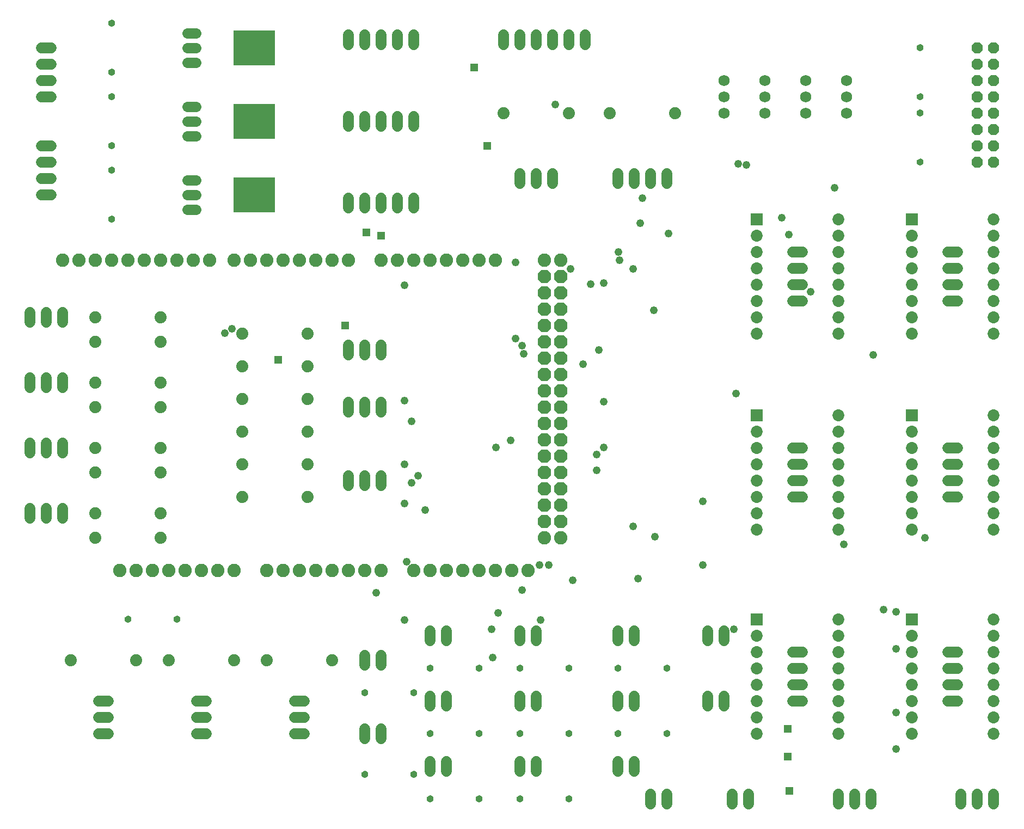
<source format=gts>
G75*
%MOIN*%
%OFA0B0*%
%FSLAX25Y25*%
%IPPOS*%
%LPD*%
%AMOC8*
5,1,8,0,0,1.08239X$1,22.5*
%
%ADD10C,0.06800*%
%ADD11C,0.07400*%
%ADD12C,0.06800*%
%ADD13C,0.07296*%
%ADD14R,0.07296X0.07296*%
%ADD15C,0.08200*%
%ADD16OC8,0.08200*%
%ADD17OC8,0.06800*%
%ADD18C,0.06300*%
%ADD19R,0.25300X0.21800*%
%ADD20C,0.00500*%
%ADD21C,0.04800*%
%ADD22R,0.04762X0.04762*%
D10*
X0123250Y0066800D02*
X0129250Y0066800D01*
X0129250Y0076800D02*
X0123250Y0076800D01*
X0123250Y0086800D02*
X0129250Y0086800D01*
X0183250Y0086800D02*
X0189250Y0086800D01*
X0189250Y0076800D02*
X0183250Y0076800D01*
X0183250Y0066800D02*
X0189250Y0066800D01*
X0243250Y0066800D02*
X0249250Y0066800D01*
X0249250Y0076800D02*
X0243250Y0076800D01*
X0243250Y0086800D02*
X0249250Y0086800D01*
X0286250Y0069800D02*
X0286250Y0063800D01*
X0296250Y0063800D02*
X0296250Y0069800D01*
X0326250Y0083800D02*
X0326250Y0089800D01*
X0336250Y0089800D02*
X0336250Y0083800D01*
X0381250Y0083800D02*
X0381250Y0089800D01*
X0391250Y0089800D02*
X0391250Y0083800D01*
X0441250Y0083800D02*
X0441250Y0089800D01*
X0451250Y0089800D02*
X0451250Y0083800D01*
X0496250Y0083800D02*
X0496250Y0089800D01*
X0506250Y0089800D02*
X0506250Y0083800D01*
X0548250Y0086800D02*
X0554250Y0086800D01*
X0554250Y0096800D02*
X0548250Y0096800D01*
X0548250Y0106800D02*
X0554250Y0106800D01*
X0554250Y0116800D02*
X0548250Y0116800D01*
X0506250Y0123800D02*
X0506250Y0129800D01*
X0496250Y0129800D02*
X0496250Y0123800D01*
X0451250Y0123800D02*
X0451250Y0129800D01*
X0441250Y0129800D02*
X0441250Y0123800D01*
X0391250Y0123800D02*
X0391250Y0129800D01*
X0381250Y0129800D02*
X0381250Y0123800D01*
X0336250Y0123800D02*
X0336250Y0129800D01*
X0326250Y0129800D02*
X0326250Y0123800D01*
X0296250Y0114800D02*
X0296250Y0108800D01*
X0286250Y0108800D02*
X0286250Y0114800D01*
X0326250Y0049800D02*
X0326250Y0043800D01*
X0336250Y0043800D02*
X0336250Y0049800D01*
X0381250Y0049800D02*
X0381250Y0043800D01*
X0391250Y0043800D02*
X0391250Y0049800D01*
X0441250Y0049800D02*
X0441250Y0043800D01*
X0451250Y0043800D02*
X0451250Y0049800D01*
X0461250Y0029800D02*
X0461250Y0023800D01*
X0471250Y0023800D02*
X0471250Y0029800D01*
X0511250Y0029800D02*
X0511250Y0023800D01*
X0521250Y0023800D02*
X0521250Y0029800D01*
X0576250Y0029800D02*
X0576250Y0023800D01*
X0586250Y0023800D02*
X0586250Y0029800D01*
X0596250Y0029800D02*
X0596250Y0023800D01*
X0651250Y0023800D02*
X0651250Y0029800D01*
X0661250Y0029800D02*
X0661250Y0023800D01*
X0671250Y0023800D02*
X0671250Y0029800D01*
X0649250Y0086800D02*
X0643250Y0086800D01*
X0643250Y0096800D02*
X0649250Y0096800D01*
X0649250Y0106800D02*
X0643250Y0106800D01*
X0643250Y0116800D02*
X0649250Y0116800D01*
X0649250Y0211800D02*
X0643250Y0211800D01*
X0643250Y0221800D02*
X0649250Y0221800D01*
X0649250Y0231800D02*
X0643250Y0231800D01*
X0643250Y0241800D02*
X0649250Y0241800D01*
X0554250Y0241800D02*
X0548250Y0241800D01*
X0548250Y0231800D02*
X0554250Y0231800D01*
X0554250Y0221800D02*
X0548250Y0221800D01*
X0548250Y0211800D02*
X0554250Y0211800D01*
X0554250Y0331800D02*
X0548250Y0331800D01*
X0548250Y0341800D02*
X0554250Y0341800D01*
X0554250Y0351800D02*
X0548250Y0351800D01*
X0548250Y0361800D02*
X0554250Y0361800D01*
X0471250Y0403800D02*
X0471250Y0409800D01*
X0461250Y0409800D02*
X0461250Y0403800D01*
X0451250Y0403800D02*
X0451250Y0409800D01*
X0441250Y0409800D02*
X0441250Y0403800D01*
X0401250Y0403800D02*
X0401250Y0409800D01*
X0391250Y0409800D02*
X0391250Y0403800D01*
X0381250Y0403800D02*
X0381250Y0409800D01*
X0316250Y0394800D02*
X0316250Y0388800D01*
X0306250Y0388800D02*
X0306250Y0394800D01*
X0296250Y0394800D02*
X0296250Y0388800D01*
X0286250Y0388800D02*
X0286250Y0394800D01*
X0276250Y0394800D02*
X0276250Y0388800D01*
X0276250Y0438800D02*
X0276250Y0444800D01*
X0286250Y0444800D02*
X0286250Y0438800D01*
X0296250Y0438800D02*
X0296250Y0444800D01*
X0306250Y0444800D02*
X0306250Y0438800D01*
X0316250Y0438800D02*
X0316250Y0444800D01*
X0316250Y0488800D02*
X0316250Y0494800D01*
X0306250Y0494800D02*
X0306250Y0488800D01*
X0296250Y0488800D02*
X0296250Y0494800D01*
X0286250Y0494800D02*
X0286250Y0488800D01*
X0276250Y0488800D02*
X0276250Y0494800D01*
X0371250Y0494800D02*
X0371250Y0488800D01*
X0381250Y0488800D02*
X0381250Y0494800D01*
X0391250Y0494800D02*
X0391250Y0488800D01*
X0401250Y0488800D02*
X0401250Y0494800D01*
X0411250Y0494800D02*
X0411250Y0488800D01*
X0421250Y0488800D02*
X0421250Y0494800D01*
X0643250Y0361800D02*
X0649250Y0361800D01*
X0649250Y0351800D02*
X0643250Y0351800D01*
X0643250Y0341800D02*
X0649250Y0341800D01*
X0649250Y0331800D02*
X0643250Y0331800D01*
X0296250Y0304800D02*
X0296250Y0298800D01*
X0286250Y0298800D02*
X0286250Y0304800D01*
X0276250Y0304800D02*
X0276250Y0298800D01*
X0276250Y0269800D02*
X0276250Y0263800D01*
X0286250Y0263800D02*
X0286250Y0269800D01*
X0296250Y0269800D02*
X0296250Y0263800D01*
X0296250Y0224800D02*
X0296250Y0218800D01*
X0286250Y0218800D02*
X0286250Y0224800D01*
X0276250Y0224800D02*
X0276250Y0218800D01*
X0101250Y0204800D02*
X0101250Y0198800D01*
X0091250Y0198800D02*
X0091250Y0204800D01*
X0081250Y0204800D02*
X0081250Y0198800D01*
X0081250Y0238800D02*
X0081250Y0244800D01*
X0091250Y0244800D02*
X0091250Y0238800D01*
X0101250Y0238800D02*
X0101250Y0244800D01*
X0101250Y0278800D02*
X0101250Y0284800D01*
X0091250Y0284800D02*
X0091250Y0278800D01*
X0081250Y0278800D02*
X0081250Y0284800D01*
X0081250Y0318800D02*
X0081250Y0324800D01*
X0091250Y0324800D02*
X0091250Y0318800D01*
X0101250Y0318800D02*
X0101250Y0324800D01*
X0094250Y0396800D02*
X0088250Y0396800D01*
X0088250Y0406800D02*
X0094250Y0406800D01*
X0094250Y0416800D02*
X0088250Y0416800D01*
X0088250Y0426800D02*
X0094250Y0426800D01*
X0094250Y0456800D02*
X0088250Y0456800D01*
X0088250Y0466800D02*
X0094250Y0466800D01*
X0094250Y0476800D02*
X0088250Y0476800D01*
X0088250Y0486800D02*
X0094250Y0486800D01*
D11*
X0121250Y0321800D03*
X0121250Y0306800D03*
X0121250Y0281800D03*
X0121250Y0266800D03*
X0121250Y0241800D03*
X0121250Y0226800D03*
X0121250Y0201800D03*
X0121250Y0186800D03*
X0161250Y0186800D03*
X0161250Y0201800D03*
X0161250Y0226800D03*
X0161250Y0241800D03*
X0161250Y0266800D03*
X0161250Y0281800D03*
X0161250Y0306800D03*
X0161250Y0321800D03*
X0211250Y0311800D03*
X0211250Y0291800D03*
X0211250Y0271800D03*
X0211250Y0251800D03*
X0211250Y0231800D03*
X0211250Y0211800D03*
X0251250Y0211800D03*
X0251250Y0231800D03*
X0251250Y0251800D03*
X0251250Y0271800D03*
X0251250Y0291800D03*
X0251250Y0311800D03*
X0371250Y0446800D03*
X0411250Y0446800D03*
X0436250Y0446800D03*
X0476250Y0446800D03*
X0266250Y0111800D03*
X0226250Y0111800D03*
X0206250Y0111800D03*
X0166250Y0111800D03*
X0146250Y0111800D03*
X0106250Y0111800D03*
D12*
X0506250Y0446800D03*
X0506250Y0456800D03*
X0506250Y0466800D03*
X0531250Y0466800D03*
X0531250Y0456800D03*
X0531250Y0446800D03*
X0556250Y0446800D03*
X0556250Y0456800D03*
X0556250Y0466800D03*
X0581250Y0466800D03*
X0581250Y0456800D03*
X0581250Y0446800D03*
D13*
X0576250Y0381800D03*
X0576250Y0371800D03*
X0576250Y0361800D03*
X0576250Y0351800D03*
X0576250Y0341800D03*
X0576250Y0331800D03*
X0576250Y0321800D03*
X0576250Y0311800D03*
X0621250Y0311800D03*
X0621250Y0321800D03*
X0621250Y0331800D03*
X0621250Y0341800D03*
X0621250Y0351800D03*
X0621250Y0361800D03*
X0621250Y0371800D03*
X0671250Y0371800D03*
X0671250Y0361800D03*
X0671250Y0351800D03*
X0671250Y0341800D03*
X0671250Y0331800D03*
X0671250Y0321800D03*
X0671250Y0311800D03*
X0671250Y0261800D03*
X0671250Y0251800D03*
X0671250Y0241800D03*
X0671250Y0231800D03*
X0671250Y0221800D03*
X0671250Y0211800D03*
X0671250Y0201800D03*
X0671250Y0191800D03*
X0621250Y0191800D03*
X0621250Y0201800D03*
X0621250Y0211800D03*
X0621250Y0221800D03*
X0621250Y0231800D03*
X0621250Y0241800D03*
X0621250Y0251800D03*
X0576250Y0251800D03*
X0576250Y0241800D03*
X0576250Y0231800D03*
X0576250Y0221800D03*
X0576250Y0211800D03*
X0576250Y0201800D03*
X0576250Y0191800D03*
X0526250Y0191800D03*
X0526250Y0201800D03*
X0526250Y0211800D03*
X0526250Y0221800D03*
X0526250Y0231800D03*
X0526250Y0241800D03*
X0526250Y0251800D03*
X0576250Y0261800D03*
X0526250Y0311800D03*
X0526250Y0321800D03*
X0526250Y0331800D03*
X0526250Y0341800D03*
X0526250Y0351800D03*
X0526250Y0361800D03*
X0526250Y0371800D03*
X0671250Y0381800D03*
X0671250Y0136800D03*
X0671250Y0126800D03*
X0671250Y0116800D03*
X0671250Y0106800D03*
X0671250Y0096800D03*
X0671250Y0086800D03*
X0671250Y0076800D03*
X0671250Y0066800D03*
X0621250Y0066800D03*
X0621250Y0076800D03*
X0621250Y0086800D03*
X0621250Y0096800D03*
X0621250Y0106800D03*
X0621250Y0116800D03*
X0621250Y0126800D03*
X0576250Y0126800D03*
X0576250Y0116800D03*
X0576250Y0106800D03*
X0576250Y0096800D03*
X0576250Y0086800D03*
X0576250Y0076800D03*
X0576250Y0066800D03*
X0526250Y0066800D03*
X0526250Y0076800D03*
X0526250Y0086800D03*
X0526250Y0096800D03*
X0526250Y0106800D03*
X0526250Y0116800D03*
X0526250Y0126800D03*
X0576250Y0136800D03*
D14*
X0621250Y0136800D03*
X0526250Y0136800D03*
X0526250Y0261800D03*
X0621250Y0261800D03*
X0621250Y0381800D03*
X0526250Y0381800D03*
D15*
X0406250Y0356800D03*
X0396250Y0356800D03*
X0366250Y0356800D03*
X0356250Y0356800D03*
X0346250Y0356800D03*
X0336250Y0356800D03*
X0326250Y0356800D03*
X0316250Y0356800D03*
X0306250Y0356800D03*
X0296250Y0356800D03*
X0276250Y0356800D03*
X0266250Y0356800D03*
X0256250Y0356800D03*
X0246250Y0356800D03*
X0236250Y0356800D03*
X0226250Y0356800D03*
X0216250Y0356800D03*
X0206250Y0356800D03*
X0191250Y0356800D03*
X0181250Y0356800D03*
X0171250Y0356800D03*
X0161250Y0356800D03*
X0151250Y0356800D03*
X0141250Y0356800D03*
X0131250Y0356800D03*
X0121250Y0356800D03*
X0111250Y0356800D03*
X0101250Y0356800D03*
X0136250Y0166800D03*
X0146250Y0166800D03*
X0156250Y0166800D03*
X0166250Y0166800D03*
X0176250Y0166800D03*
X0186250Y0166800D03*
X0196250Y0166800D03*
X0206250Y0166800D03*
X0226250Y0166800D03*
X0236250Y0166800D03*
X0246250Y0166800D03*
X0256250Y0166800D03*
X0266250Y0166800D03*
X0276250Y0166800D03*
X0286250Y0166800D03*
X0296250Y0166800D03*
X0316250Y0166800D03*
X0326250Y0166800D03*
X0336250Y0166800D03*
X0346250Y0166800D03*
X0356250Y0166800D03*
X0366250Y0166800D03*
X0376250Y0166800D03*
X0386250Y0166800D03*
X0396250Y0186800D03*
X0406250Y0186800D03*
D16*
X0406250Y0196800D03*
X0396250Y0196800D03*
X0396250Y0206800D03*
X0406250Y0206800D03*
X0406250Y0216800D03*
X0396250Y0216800D03*
X0396250Y0226800D03*
X0406250Y0226800D03*
X0406250Y0236800D03*
X0396250Y0236800D03*
X0396250Y0246800D03*
X0406250Y0246800D03*
X0406250Y0256800D03*
X0396250Y0256800D03*
X0396250Y0266800D03*
X0406250Y0266800D03*
X0406250Y0276800D03*
X0396250Y0276800D03*
X0396250Y0286800D03*
X0406250Y0286800D03*
X0406250Y0296800D03*
X0396250Y0296800D03*
X0396250Y0306800D03*
X0406250Y0306800D03*
X0406250Y0316800D03*
X0396250Y0316800D03*
X0396250Y0326800D03*
X0396250Y0336800D03*
X0406250Y0336800D03*
X0406250Y0326800D03*
X0406250Y0346800D03*
X0396250Y0346800D03*
D17*
X0661250Y0416800D03*
X0671250Y0416800D03*
X0671250Y0426800D03*
X0661250Y0426800D03*
X0661250Y0436800D03*
X0671250Y0436800D03*
X0671250Y0446800D03*
X0661250Y0446800D03*
X0661250Y0456800D03*
X0671250Y0456800D03*
X0671250Y0466800D03*
X0671250Y0476800D03*
X0661250Y0476800D03*
X0661250Y0466800D03*
X0661250Y0486800D03*
X0671250Y0486800D03*
D18*
X0183000Y0486800D02*
X0177500Y0486800D01*
X0177500Y0477800D02*
X0183000Y0477800D01*
X0183000Y0495800D02*
X0177500Y0495800D01*
X0177500Y0450800D02*
X0183000Y0450800D01*
X0183000Y0441800D02*
X0177500Y0441800D01*
X0177500Y0432800D02*
X0183000Y0432800D01*
X0183000Y0405800D02*
X0177500Y0405800D01*
X0177500Y0396800D02*
X0183000Y0396800D01*
X0183000Y0387800D02*
X0177500Y0387800D01*
D19*
X0218750Y0396800D03*
X0218750Y0441800D03*
X0218750Y0486800D03*
D20*
X0132960Y0472184D02*
X0133000Y0471800D01*
X0132966Y0471418D01*
X0132848Y0471054D01*
X0132652Y0470725D01*
X0132387Y0470448D01*
X0132068Y0470237D01*
X0131709Y0470102D01*
X0131330Y0470050D01*
X0130929Y0470085D01*
X0130547Y0470208D01*
X0130201Y0470414D01*
X0129910Y0470691D01*
X0129687Y0471026D01*
X0129545Y0471402D01*
X0129490Y0471800D01*
X0129541Y0472193D01*
X0129678Y0472565D01*
X0129895Y0472897D01*
X0130180Y0473172D01*
X0130519Y0473377D01*
X0130895Y0473502D01*
X0131290Y0473540D01*
X0131673Y0473493D01*
X0132037Y0473363D01*
X0132362Y0473154D01*
X0132633Y0472879D01*
X0132836Y0472550D01*
X0132960Y0472184D01*
X0132883Y0472410D02*
X0129621Y0472410D01*
X0129505Y0471911D02*
X0132988Y0471911D01*
X0132964Y0471413D02*
X0129544Y0471413D01*
X0129761Y0470914D02*
X0132765Y0470914D01*
X0132338Y0470416D02*
X0130199Y0470416D01*
X0129907Y0472908D02*
X0132604Y0472908D01*
X0131914Y0473407D02*
X0130607Y0473407D01*
X0131260Y0458570D02*
X0131643Y0458523D01*
X0132007Y0458393D01*
X0132332Y0458184D01*
X0132603Y0457909D01*
X0132806Y0457580D01*
X0132930Y0457214D01*
X0132970Y0456830D01*
X0132936Y0456448D01*
X0132818Y0456084D01*
X0132622Y0455755D01*
X0132358Y0455478D01*
X0132038Y0455267D01*
X0131680Y0455132D01*
X0131300Y0455080D01*
X0130899Y0455115D01*
X0130517Y0455238D01*
X0130171Y0455444D01*
X0129880Y0455721D01*
X0129657Y0456056D01*
X0129515Y0456432D01*
X0129460Y0456830D01*
X0129511Y0457223D01*
X0129648Y0457595D01*
X0129865Y0457927D01*
X0130150Y0458202D01*
X0130489Y0458407D01*
X0130865Y0458532D01*
X0131260Y0458570D01*
X0131843Y0458451D02*
X0130621Y0458451D01*
X0129892Y0457953D02*
X0132560Y0457953D01*
X0132848Y0457454D02*
X0129597Y0457454D01*
X0129477Y0456956D02*
X0132957Y0456956D01*
X0132937Y0456457D02*
X0129512Y0456457D01*
X0129722Y0455959D02*
X0132743Y0455959D01*
X0132331Y0455460D02*
X0130154Y0455460D01*
X0131290Y0428540D02*
X0131673Y0428493D01*
X0132037Y0428363D01*
X0132362Y0428154D01*
X0132633Y0427879D01*
X0132836Y0427550D01*
X0132960Y0427184D01*
X0133000Y0426800D01*
X0132966Y0426418D01*
X0132848Y0426054D01*
X0132652Y0425725D01*
X0132387Y0425448D01*
X0132068Y0425237D01*
X0131709Y0425102D01*
X0131330Y0425050D01*
X0130929Y0425085D01*
X0130547Y0425208D01*
X0130201Y0425414D01*
X0129910Y0425691D01*
X0129687Y0426026D01*
X0129545Y0426402D01*
X0129490Y0426800D01*
X0129541Y0427193D01*
X0129678Y0427565D01*
X0129895Y0427897D01*
X0130180Y0428172D01*
X0130519Y0428377D01*
X0130895Y0428502D01*
X0131290Y0428540D01*
X0132472Y0428042D02*
X0130045Y0428042D01*
X0129671Y0427544D02*
X0132838Y0427544D01*
X0132975Y0427045D02*
X0129522Y0427045D01*
X0129525Y0426547D02*
X0132977Y0426547D01*
X0132844Y0426048D02*
X0129679Y0426048D01*
X0130058Y0425550D02*
X0132484Y0425550D01*
X0131337Y0425051D02*
X0131319Y0425051D01*
X0131260Y0413570D02*
X0131643Y0413523D01*
X0132007Y0413393D01*
X0132332Y0413184D01*
X0132603Y0412909D01*
X0132806Y0412580D01*
X0132930Y0412214D01*
X0132970Y0411830D01*
X0132936Y0411448D01*
X0132818Y0411084D01*
X0132622Y0410755D01*
X0132358Y0410478D01*
X0132038Y0410267D01*
X0131680Y0410132D01*
X0131300Y0410080D01*
X0130899Y0410115D01*
X0130517Y0410238D01*
X0130171Y0410444D01*
X0129880Y0410721D01*
X0129657Y0411056D01*
X0129515Y0411432D01*
X0129460Y0411830D01*
X0129511Y0412223D01*
X0129648Y0412595D01*
X0129865Y0412927D01*
X0130150Y0413202D01*
X0130489Y0413407D01*
X0130865Y0413532D01*
X0131260Y0413570D01*
X0132428Y0413087D02*
X0130030Y0413087D01*
X0129646Y0412588D02*
X0132801Y0412588D01*
X0132943Y0412090D02*
X0129494Y0412090D01*
X0129493Y0411591D02*
X0132949Y0411591D01*
X0132821Y0411093D02*
X0129643Y0411093D01*
X0130013Y0410594D02*
X0132469Y0410594D01*
X0131415Y0410096D02*
X0131120Y0410096D01*
X0131290Y0383540D02*
X0131673Y0383493D01*
X0132037Y0383363D01*
X0132362Y0383154D01*
X0132633Y0382879D01*
X0132836Y0382550D01*
X0132960Y0382184D01*
X0133000Y0381800D01*
X0132966Y0381418D01*
X0132848Y0381054D01*
X0132652Y0380725D01*
X0132387Y0380448D01*
X0132068Y0380237D01*
X0131709Y0380102D01*
X0131330Y0380050D01*
X0130929Y0380085D01*
X0130547Y0380208D01*
X0130201Y0380414D01*
X0129910Y0380691D01*
X0129687Y0381026D01*
X0129545Y0381402D01*
X0129490Y0381800D01*
X0129541Y0382193D01*
X0129678Y0382565D01*
X0129895Y0382897D01*
X0130180Y0383172D01*
X0130519Y0383377D01*
X0130895Y0383502D01*
X0131290Y0383540D01*
X0132328Y0383176D02*
X0130186Y0383176D01*
X0129752Y0382678D02*
X0132757Y0382678D01*
X0132961Y0382179D02*
X0129539Y0382179D01*
X0129507Y0381681D02*
X0132989Y0381681D01*
X0132889Y0381182D02*
X0129628Y0381182D01*
X0129917Y0380683D02*
X0132612Y0380683D01*
X0131931Y0380185D02*
X0130619Y0380185D01*
X0131300Y0500080D02*
X0130899Y0500115D01*
X0130517Y0500238D01*
X0130171Y0500444D01*
X0129880Y0500721D01*
X0129657Y0501056D01*
X0129515Y0501432D01*
X0129460Y0501830D01*
X0129511Y0502223D01*
X0129648Y0502595D01*
X0129865Y0502927D01*
X0130150Y0503202D01*
X0130489Y0503407D01*
X0130865Y0503532D01*
X0131260Y0503570D01*
X0131643Y0503523D01*
X0132007Y0503393D01*
X0132332Y0503184D01*
X0132603Y0502909D01*
X0132806Y0502580D01*
X0132930Y0502214D01*
X0132970Y0501830D01*
X0132936Y0501448D01*
X0132818Y0501084D01*
X0132622Y0500755D01*
X0132358Y0500478D01*
X0132038Y0500267D01*
X0131680Y0500132D01*
X0131300Y0500080D01*
X0132128Y0500326D02*
X0130369Y0500326D01*
X0129811Y0500825D02*
X0132664Y0500825D01*
X0132896Y0501323D02*
X0129556Y0501323D01*
X0129461Y0501822D02*
X0132969Y0501822D01*
X0132894Y0502320D02*
X0129547Y0502320D01*
X0129795Y0502819D02*
X0132658Y0502819D01*
X0132124Y0503317D02*
X0130340Y0503317D01*
X0624500Y0486800D02*
X0624540Y0486416D01*
X0624664Y0486050D01*
X0624867Y0485721D01*
X0625138Y0485446D01*
X0625463Y0485237D01*
X0625827Y0485107D01*
X0626210Y0485060D01*
X0626605Y0485098D01*
X0626981Y0485223D01*
X0627320Y0485428D01*
X0627605Y0485703D01*
X0627822Y0486035D01*
X0627959Y0486407D01*
X0628010Y0486800D01*
X0627955Y0487198D01*
X0627813Y0487574D01*
X0627590Y0487909D01*
X0627299Y0488186D01*
X0626953Y0488392D01*
X0626571Y0488515D01*
X0626170Y0488550D01*
X0625791Y0488498D01*
X0625432Y0488363D01*
X0625113Y0488152D01*
X0624848Y0487875D01*
X0624652Y0487546D01*
X0624534Y0487182D01*
X0624500Y0486800D01*
X0624506Y0486866D02*
X0628001Y0486866D01*
X0627944Y0486368D02*
X0624556Y0486368D01*
X0624776Y0485869D02*
X0627714Y0485869D01*
X0627226Y0485371D02*
X0625255Y0485371D01*
X0624593Y0487365D02*
X0627892Y0487365D01*
X0627621Y0487863D02*
X0624841Y0487863D01*
X0625430Y0488362D02*
X0627003Y0488362D01*
X0626200Y0458520D02*
X0626601Y0458485D01*
X0626983Y0458362D01*
X0627329Y0458156D01*
X0627620Y0457879D01*
X0627843Y0457544D01*
X0627985Y0457168D01*
X0628040Y0456770D01*
X0627989Y0456377D01*
X0627852Y0456005D01*
X0627635Y0455673D01*
X0627350Y0455398D01*
X0627011Y0455193D01*
X0626635Y0455068D01*
X0626240Y0455030D01*
X0625857Y0455077D01*
X0625493Y0455207D01*
X0625168Y0455416D01*
X0624897Y0455691D01*
X0624694Y0456020D01*
X0624570Y0456386D01*
X0624530Y0456770D01*
X0624564Y0457152D01*
X0624682Y0457516D01*
X0624878Y0457845D01*
X0625142Y0458122D01*
X0625462Y0458333D01*
X0625820Y0458468D01*
X0626200Y0458520D01*
X0625775Y0458451D02*
X0626705Y0458451D01*
X0627543Y0457953D02*
X0624981Y0457953D01*
X0624662Y0457454D02*
X0627877Y0457454D01*
X0628014Y0456956D02*
X0624546Y0456956D01*
X0624562Y0456457D02*
X0627999Y0456457D01*
X0627821Y0455959D02*
X0624732Y0455959D01*
X0625124Y0455460D02*
X0627415Y0455460D01*
X0626571Y0448515D02*
X0626953Y0448392D01*
X0627299Y0448186D01*
X0627590Y0447909D01*
X0627813Y0447574D01*
X0627955Y0447198D01*
X0628010Y0446800D01*
X0627959Y0446407D01*
X0627822Y0446035D01*
X0627605Y0445703D01*
X0627320Y0445428D01*
X0626981Y0445223D01*
X0626605Y0445098D01*
X0626210Y0445060D01*
X0625827Y0445107D01*
X0625463Y0445237D01*
X0625138Y0445446D01*
X0624867Y0445721D01*
X0624664Y0446050D01*
X0624540Y0446416D01*
X0624500Y0446800D01*
X0624534Y0447182D01*
X0624652Y0447546D01*
X0624848Y0447875D01*
X0625113Y0448152D01*
X0625432Y0448363D01*
X0625791Y0448498D01*
X0626170Y0448550D01*
X0626571Y0448515D01*
X0626676Y0448481D02*
X0625745Y0448481D01*
X0624951Y0447983D02*
X0627513Y0447983D01*
X0627847Y0447484D02*
X0624632Y0447484D01*
X0624516Y0446985D02*
X0627984Y0446985D01*
X0627969Y0446487D02*
X0624533Y0446487D01*
X0624702Y0445988D02*
X0627791Y0445988D01*
X0627385Y0445490D02*
X0625094Y0445490D01*
X0626200Y0418520D02*
X0626601Y0418485D01*
X0626983Y0418362D01*
X0627329Y0418156D01*
X0627620Y0417879D01*
X0627843Y0417544D01*
X0627985Y0417168D01*
X0628040Y0416770D01*
X0627989Y0416377D01*
X0627852Y0416005D01*
X0627635Y0415673D01*
X0627350Y0415398D01*
X0627011Y0415193D01*
X0626635Y0415068D01*
X0626240Y0415030D01*
X0625857Y0415077D01*
X0625493Y0415207D01*
X0625168Y0415416D01*
X0624897Y0415691D01*
X0624694Y0416020D01*
X0624570Y0416386D01*
X0624530Y0416770D01*
X0624564Y0417152D01*
X0624682Y0417516D01*
X0624878Y0417845D01*
X0625142Y0418122D01*
X0625462Y0418333D01*
X0625820Y0418468D01*
X0626200Y0418520D01*
X0625094Y0418072D02*
X0627418Y0418072D01*
X0627823Y0417573D02*
X0624716Y0417573D01*
X0624557Y0417075D02*
X0627998Y0417075D01*
X0628015Y0416576D02*
X0624550Y0416576D01*
X0624675Y0416078D02*
X0627878Y0416078D01*
X0627538Y0415579D02*
X0625007Y0415579D01*
X0625846Y0415081D02*
X0626673Y0415081D01*
X0172652Y0137900D02*
X0172857Y0137561D01*
X0172982Y0137185D01*
X0173020Y0136790D01*
X0172973Y0136407D01*
X0172843Y0136043D01*
X0172634Y0135718D01*
X0172359Y0135447D01*
X0172030Y0135244D01*
X0171664Y0135120D01*
X0171280Y0135080D01*
X0170898Y0135114D01*
X0170534Y0135232D01*
X0170205Y0135428D01*
X0169928Y0135692D01*
X0169717Y0136012D01*
X0169582Y0136370D01*
X0169530Y0136750D01*
X0169565Y0137151D01*
X0169688Y0137533D01*
X0169894Y0137879D01*
X0170171Y0138170D01*
X0170506Y0138393D01*
X0170882Y0138535D01*
X0171280Y0138590D01*
X0171673Y0138539D01*
X0172045Y0138402D01*
X0172377Y0138185D01*
X0172652Y0137900D01*
X0172644Y0137908D02*
X0169922Y0137908D01*
X0169648Y0137410D02*
X0172907Y0137410D01*
X0173008Y0136911D02*
X0169544Y0136911D01*
X0169576Y0136413D02*
X0172974Y0136413D01*
X0172760Y0135914D02*
X0169781Y0135914D01*
X0170225Y0135416D02*
X0172308Y0135416D01*
X0172030Y0138407D02*
X0170544Y0138407D01*
X0142990Y0136760D02*
X0142943Y0136377D01*
X0142813Y0136013D01*
X0142604Y0135688D01*
X0142329Y0135417D01*
X0142000Y0135214D01*
X0141634Y0135090D01*
X0141250Y0135050D01*
X0140868Y0135084D01*
X0140504Y0135202D01*
X0140175Y0135398D01*
X0139898Y0135663D01*
X0139687Y0135982D01*
X0139552Y0136341D01*
X0139500Y0136720D01*
X0139535Y0137121D01*
X0139658Y0137503D01*
X0139864Y0137849D01*
X0140141Y0138140D01*
X0140476Y0138363D01*
X0140852Y0138505D01*
X0141250Y0138560D01*
X0141643Y0138509D01*
X0142015Y0138372D01*
X0142347Y0138155D01*
X0142622Y0137870D01*
X0142827Y0137531D01*
X0142952Y0137155D01*
X0142990Y0136760D01*
X0142975Y0136911D02*
X0139517Y0136911D01*
X0139542Y0136413D02*
X0142948Y0136413D01*
X0142749Y0135914D02*
X0139731Y0135914D01*
X0140156Y0135416D02*
X0142327Y0135416D01*
X0142868Y0137410D02*
X0139628Y0137410D01*
X0139920Y0137908D02*
X0142585Y0137908D01*
X0141919Y0138407D02*
X0140593Y0138407D01*
X0284527Y0092193D02*
X0284657Y0092557D01*
X0284866Y0092882D01*
X0285141Y0093153D01*
X0285470Y0093356D01*
X0285836Y0093480D01*
X0286220Y0093520D01*
X0286602Y0093486D01*
X0286966Y0093368D01*
X0287295Y0093172D01*
X0287572Y0092908D01*
X0287783Y0092588D01*
X0287918Y0092230D01*
X0287970Y0091850D01*
X0287935Y0091449D01*
X0287812Y0091067D01*
X0287606Y0090721D01*
X0287329Y0090430D01*
X0286994Y0090207D01*
X0286618Y0090065D01*
X0286220Y0090010D01*
X0285827Y0090061D01*
X0285455Y0090198D01*
X0285123Y0090415D01*
X0284848Y0090700D01*
X0284643Y0091039D01*
X0284518Y0091415D01*
X0284480Y0091810D01*
X0284527Y0092193D01*
X0284509Y0092045D02*
X0287943Y0092045D01*
X0287944Y0091547D02*
X0284505Y0091547D01*
X0284639Y0091048D02*
X0287801Y0091048D01*
X0287444Y0090550D02*
X0284993Y0090550D01*
X0285903Y0090051D02*
X0286518Y0090051D01*
X0287800Y0092544D02*
X0284653Y0092544D01*
X0285029Y0093042D02*
X0287431Y0093042D01*
X0314510Y0091840D02*
X0314557Y0092223D01*
X0314687Y0092587D01*
X0314896Y0092912D01*
X0315171Y0093183D01*
X0315500Y0093386D01*
X0315866Y0093510D01*
X0316250Y0093550D01*
X0316632Y0093516D01*
X0316996Y0093398D01*
X0317325Y0093202D01*
X0317602Y0092937D01*
X0317813Y0092618D01*
X0317948Y0092259D01*
X0318000Y0091880D01*
X0317965Y0091479D01*
X0317842Y0091097D01*
X0317636Y0090751D01*
X0317359Y0090460D01*
X0317024Y0090237D01*
X0316648Y0090095D01*
X0316250Y0090040D01*
X0315857Y0090091D01*
X0315485Y0090228D01*
X0315153Y0090445D01*
X0314878Y0090730D01*
X0314673Y0091069D01*
X0314548Y0091445D01*
X0314510Y0091840D01*
X0314535Y0092045D02*
X0317977Y0092045D01*
X0317971Y0091547D02*
X0314538Y0091547D01*
X0314685Y0091048D02*
X0317813Y0091048D01*
X0317445Y0090550D02*
X0315052Y0090550D01*
X0316163Y0090051D02*
X0316331Y0090051D01*
X0317841Y0092544D02*
X0314672Y0092544D01*
X0315028Y0093042D02*
X0317492Y0093042D01*
X0316352Y0093541D02*
X0316163Y0093541D01*
X0325123Y0105415D02*
X0324848Y0105700D01*
X0324643Y0106039D01*
X0324518Y0106415D01*
X0324480Y0106810D01*
X0324527Y0107193D01*
X0324657Y0107557D01*
X0324866Y0107882D01*
X0325141Y0108153D01*
X0325470Y0108356D01*
X0325836Y0108480D01*
X0326220Y0108520D01*
X0326602Y0108486D01*
X0326966Y0108368D01*
X0327295Y0108172D01*
X0327572Y0107908D01*
X0327783Y0107588D01*
X0327918Y0107230D01*
X0327970Y0106850D01*
X0327935Y0106449D01*
X0327812Y0106067D01*
X0327606Y0105721D01*
X0327329Y0105430D01*
X0326994Y0105207D01*
X0326618Y0105065D01*
X0326220Y0105010D01*
X0325827Y0105061D01*
X0325455Y0105198D01*
X0325123Y0105415D01*
X0325036Y0105505D02*
X0327401Y0105505D01*
X0327774Y0106004D02*
X0324664Y0106004D01*
X0324510Y0106502D02*
X0327940Y0106502D01*
X0327950Y0107001D02*
X0324503Y0107001D01*
X0324637Y0107499D02*
X0327817Y0107499D01*
X0327478Y0107998D02*
X0324983Y0107998D01*
X0325991Y0108496D02*
X0326487Y0108496D01*
X0354510Y0106840D02*
X0354557Y0107223D01*
X0354687Y0107587D01*
X0354896Y0107912D01*
X0355171Y0108183D01*
X0355500Y0108386D01*
X0355866Y0108510D01*
X0356250Y0108550D01*
X0356632Y0108516D01*
X0356996Y0108398D01*
X0357325Y0108202D01*
X0357602Y0107937D01*
X0357813Y0107618D01*
X0357948Y0107259D01*
X0358000Y0106880D01*
X0357965Y0106479D01*
X0357842Y0106097D01*
X0357636Y0105751D01*
X0357359Y0105460D01*
X0357024Y0105237D01*
X0356648Y0105095D01*
X0356250Y0105040D01*
X0355857Y0105091D01*
X0355485Y0105228D01*
X0355153Y0105445D01*
X0354878Y0105730D01*
X0354673Y0106069D01*
X0354548Y0106445D01*
X0354510Y0106840D01*
X0354530Y0107001D02*
X0357984Y0107001D01*
X0357967Y0106502D02*
X0354542Y0106502D01*
X0354712Y0106004D02*
X0357787Y0106004D01*
X0357403Y0105505D02*
X0355095Y0105505D01*
X0354656Y0107499D02*
X0357858Y0107499D01*
X0357539Y0107998D02*
X0354983Y0107998D01*
X0355825Y0108496D02*
X0356693Y0108496D01*
X0379500Y0106720D02*
X0379535Y0107121D01*
X0379658Y0107503D01*
X0379864Y0107849D01*
X0380141Y0108140D01*
X0380476Y0108363D01*
X0380852Y0108505D01*
X0381250Y0108560D01*
X0381643Y0108509D01*
X0382015Y0108372D01*
X0382347Y0108155D01*
X0382622Y0107870D01*
X0382827Y0107531D01*
X0382952Y0107155D01*
X0382990Y0106760D01*
X0382943Y0106377D01*
X0382813Y0106013D01*
X0382604Y0105688D01*
X0382329Y0105417D01*
X0382000Y0105214D01*
X0381634Y0105090D01*
X0381250Y0105050D01*
X0380868Y0105084D01*
X0380504Y0105202D01*
X0380175Y0105398D01*
X0379898Y0105663D01*
X0379687Y0105982D01*
X0379552Y0106341D01*
X0379500Y0106720D01*
X0379530Y0106502D02*
X0382958Y0106502D01*
X0382967Y0107001D02*
X0379525Y0107001D01*
X0379657Y0107499D02*
X0382838Y0107499D01*
X0382499Y0107998D02*
X0380005Y0107998D01*
X0380829Y0108496D02*
X0381677Y0108496D01*
X0382807Y0106004D02*
X0379678Y0106004D01*
X0380063Y0105505D02*
X0382418Y0105505D01*
X0409530Y0106750D02*
X0409565Y0107151D01*
X0409688Y0107533D01*
X0409894Y0107879D01*
X0410171Y0108170D01*
X0410506Y0108393D01*
X0410882Y0108535D01*
X0411280Y0108590D01*
X0411673Y0108539D01*
X0412045Y0108402D01*
X0412377Y0108185D01*
X0412652Y0107900D01*
X0412857Y0107561D01*
X0412982Y0107185D01*
X0413020Y0106790D01*
X0412973Y0106407D01*
X0412843Y0106043D01*
X0412634Y0105718D01*
X0412359Y0105447D01*
X0412030Y0105244D01*
X0411664Y0105120D01*
X0411280Y0105080D01*
X0410898Y0105114D01*
X0410534Y0105232D01*
X0410205Y0105428D01*
X0409928Y0105692D01*
X0409717Y0106012D01*
X0409582Y0106370D01*
X0409530Y0106750D01*
X0409564Y0106502D02*
X0412985Y0106502D01*
X0413000Y0107001D02*
X0409552Y0107001D01*
X0409677Y0107499D02*
X0412878Y0107499D01*
X0412558Y0107998D02*
X0410007Y0107998D01*
X0410780Y0108496D02*
X0411788Y0108496D01*
X0412817Y0106004D02*
X0409722Y0106004D01*
X0410124Y0105505D02*
X0412418Y0105505D01*
X0439500Y0106720D02*
X0439535Y0107121D01*
X0439658Y0107503D01*
X0439864Y0107849D01*
X0440141Y0108140D01*
X0440476Y0108363D01*
X0440852Y0108505D01*
X0441250Y0108560D01*
X0441643Y0108509D01*
X0442015Y0108372D01*
X0442347Y0108155D01*
X0442622Y0107870D01*
X0442827Y0107531D01*
X0442952Y0107155D01*
X0442990Y0106760D01*
X0442943Y0106377D01*
X0442813Y0106013D01*
X0442604Y0105688D01*
X0442329Y0105417D01*
X0442000Y0105214D01*
X0441634Y0105090D01*
X0441250Y0105050D01*
X0440868Y0105084D01*
X0440504Y0105202D01*
X0440175Y0105398D01*
X0439898Y0105663D01*
X0439687Y0105982D01*
X0439552Y0106341D01*
X0439500Y0106720D01*
X0439530Y0106502D02*
X0442958Y0106502D01*
X0442967Y0107001D02*
X0439525Y0107001D01*
X0439657Y0107499D02*
X0442838Y0107499D01*
X0442499Y0107998D02*
X0440005Y0107998D01*
X0440829Y0108496D02*
X0441677Y0108496D01*
X0442807Y0106004D02*
X0439678Y0106004D01*
X0440063Y0105505D02*
X0442418Y0105505D01*
X0469530Y0106750D02*
X0469565Y0107151D01*
X0469688Y0107533D01*
X0469894Y0107879D01*
X0470171Y0108170D01*
X0470506Y0108393D01*
X0470882Y0108535D01*
X0471280Y0108590D01*
X0471673Y0108539D01*
X0472045Y0108402D01*
X0472377Y0108185D01*
X0472652Y0107900D01*
X0472857Y0107561D01*
X0472982Y0107185D01*
X0473020Y0106790D01*
X0472973Y0106407D01*
X0472843Y0106043D01*
X0472634Y0105718D01*
X0472359Y0105447D01*
X0472030Y0105244D01*
X0471664Y0105120D01*
X0471280Y0105080D01*
X0470898Y0105114D01*
X0470534Y0105232D01*
X0470205Y0105428D01*
X0469928Y0105692D01*
X0469717Y0106012D01*
X0469582Y0106370D01*
X0469530Y0106750D01*
X0469564Y0106502D02*
X0472985Y0106502D01*
X0473000Y0107001D02*
X0469552Y0107001D01*
X0469677Y0107499D02*
X0472878Y0107499D01*
X0472558Y0107998D02*
X0470007Y0107998D01*
X0470780Y0108496D02*
X0471788Y0108496D01*
X0472817Y0106004D02*
X0469722Y0106004D01*
X0470124Y0105505D02*
X0472418Y0105505D01*
X0471280Y0068590D02*
X0471673Y0068539D01*
X0472045Y0068402D01*
X0472377Y0068185D01*
X0472652Y0067900D01*
X0472857Y0067561D01*
X0472982Y0067185D01*
X0473020Y0066790D01*
X0472973Y0066407D01*
X0472843Y0066043D01*
X0472634Y0065718D01*
X0472359Y0065447D01*
X0472030Y0065244D01*
X0471664Y0065120D01*
X0471280Y0065080D01*
X0470898Y0065114D01*
X0470534Y0065232D01*
X0470205Y0065428D01*
X0469928Y0065692D01*
X0469717Y0066012D01*
X0469582Y0066370D01*
X0469530Y0066750D01*
X0469565Y0067151D01*
X0469688Y0067533D01*
X0469894Y0067879D01*
X0470171Y0068170D01*
X0470506Y0068393D01*
X0470882Y0068535D01*
X0471280Y0068590D01*
X0470120Y0068117D02*
X0472443Y0068117D01*
X0472823Y0067618D02*
X0469739Y0067618D01*
X0469562Y0067120D02*
X0472988Y0067120D01*
X0472999Y0066621D02*
X0469547Y0066621D01*
X0469675Y0066123D02*
X0472871Y0066123D01*
X0472539Y0065624D02*
X0469999Y0065624D01*
X0470861Y0065126D02*
X0471682Y0065126D01*
X0442990Y0066760D02*
X0442943Y0066377D01*
X0442813Y0066013D01*
X0442604Y0065688D01*
X0442329Y0065417D01*
X0442000Y0065214D01*
X0441634Y0065090D01*
X0441250Y0065050D01*
X0440868Y0065084D01*
X0440504Y0065202D01*
X0440175Y0065398D01*
X0439898Y0065663D01*
X0439687Y0065982D01*
X0439552Y0066341D01*
X0439500Y0066720D01*
X0439535Y0067121D01*
X0439658Y0067503D01*
X0439864Y0067849D01*
X0440141Y0068140D01*
X0440476Y0068363D01*
X0440852Y0068505D01*
X0441250Y0068560D01*
X0441643Y0068509D01*
X0442015Y0068372D01*
X0442347Y0068155D01*
X0442622Y0067870D01*
X0442827Y0067531D01*
X0442952Y0067155D01*
X0442990Y0066760D01*
X0442973Y0066621D02*
X0439513Y0066621D01*
X0439535Y0067120D02*
X0442955Y0067120D01*
X0442775Y0067618D02*
X0439727Y0067618D01*
X0440118Y0068117D02*
X0442384Y0068117D01*
X0442852Y0066123D02*
X0439634Y0066123D01*
X0439938Y0065624D02*
X0442540Y0065624D01*
X0441740Y0065126D02*
X0440739Y0065126D01*
X0413020Y0066790D02*
X0412973Y0066407D01*
X0412843Y0066043D01*
X0412634Y0065718D01*
X0412359Y0065447D01*
X0412030Y0065244D01*
X0411664Y0065120D01*
X0411280Y0065080D01*
X0410898Y0065114D01*
X0410534Y0065232D01*
X0410205Y0065428D01*
X0409928Y0065692D01*
X0409717Y0066012D01*
X0409582Y0066370D01*
X0409530Y0066750D01*
X0409565Y0067151D01*
X0409688Y0067533D01*
X0409894Y0067879D01*
X0410171Y0068170D01*
X0410506Y0068393D01*
X0410882Y0068535D01*
X0411280Y0068590D01*
X0411673Y0068539D01*
X0412045Y0068402D01*
X0412377Y0068185D01*
X0412652Y0067900D01*
X0412857Y0067561D01*
X0412982Y0067185D01*
X0413020Y0066790D01*
X0412999Y0066621D02*
X0409547Y0066621D01*
X0409562Y0067120D02*
X0412988Y0067120D01*
X0412823Y0067618D02*
X0409739Y0067618D01*
X0410120Y0068117D02*
X0412443Y0068117D01*
X0412871Y0066123D02*
X0409675Y0066123D01*
X0409999Y0065624D02*
X0412539Y0065624D01*
X0411682Y0065126D02*
X0410861Y0065126D01*
X0382990Y0066760D02*
X0382943Y0066377D01*
X0382813Y0066013D01*
X0382604Y0065688D01*
X0382329Y0065417D01*
X0382000Y0065214D01*
X0381634Y0065090D01*
X0381250Y0065050D01*
X0380868Y0065084D01*
X0380504Y0065202D01*
X0380175Y0065398D01*
X0379898Y0065663D01*
X0379687Y0065982D01*
X0379552Y0066341D01*
X0379500Y0066720D01*
X0379535Y0067121D01*
X0379658Y0067503D01*
X0379864Y0067849D01*
X0380141Y0068140D01*
X0380476Y0068363D01*
X0380852Y0068505D01*
X0381250Y0068560D01*
X0381643Y0068509D01*
X0382015Y0068372D01*
X0382347Y0068155D01*
X0382622Y0067870D01*
X0382827Y0067531D01*
X0382952Y0067155D01*
X0382990Y0066760D01*
X0382973Y0066621D02*
X0379513Y0066621D01*
X0379535Y0067120D02*
X0382955Y0067120D01*
X0382775Y0067618D02*
X0379727Y0067618D01*
X0380118Y0068117D02*
X0382384Y0068117D01*
X0382852Y0066123D02*
X0379634Y0066123D01*
X0379938Y0065624D02*
X0382540Y0065624D01*
X0381740Y0065126D02*
X0380739Y0065126D01*
X0358020Y0066790D02*
X0357973Y0066407D01*
X0357843Y0066043D01*
X0357634Y0065718D01*
X0357359Y0065447D01*
X0357030Y0065244D01*
X0356664Y0065120D01*
X0356280Y0065080D01*
X0355898Y0065114D01*
X0355534Y0065232D01*
X0355205Y0065428D01*
X0354928Y0065692D01*
X0354717Y0066012D01*
X0354582Y0066370D01*
X0354530Y0066750D01*
X0354565Y0067151D01*
X0354688Y0067533D01*
X0354894Y0067879D01*
X0355171Y0068170D01*
X0355506Y0068393D01*
X0355882Y0068535D01*
X0356280Y0068590D01*
X0356673Y0068539D01*
X0357045Y0068402D01*
X0357377Y0068185D01*
X0357652Y0067900D01*
X0357857Y0067561D01*
X0357982Y0067185D01*
X0358020Y0066790D01*
X0357999Y0066621D02*
X0354547Y0066621D01*
X0354562Y0067120D02*
X0357988Y0067120D01*
X0357823Y0067618D02*
X0354739Y0067618D01*
X0355120Y0068117D02*
X0357443Y0068117D01*
X0357871Y0066123D02*
X0354675Y0066123D01*
X0354999Y0065624D02*
X0357539Y0065624D01*
X0356682Y0065126D02*
X0355861Y0065126D01*
X0327990Y0066760D02*
X0327943Y0066377D01*
X0327813Y0066013D01*
X0327604Y0065688D01*
X0327329Y0065417D01*
X0327000Y0065214D01*
X0326634Y0065090D01*
X0326250Y0065050D01*
X0325868Y0065084D01*
X0325504Y0065202D01*
X0325175Y0065398D01*
X0324898Y0065663D01*
X0324687Y0065982D01*
X0324552Y0066341D01*
X0324500Y0066720D01*
X0324535Y0067121D01*
X0324658Y0067503D01*
X0324864Y0067849D01*
X0325141Y0068140D01*
X0325476Y0068363D01*
X0325852Y0068505D01*
X0326250Y0068560D01*
X0326643Y0068509D01*
X0327015Y0068372D01*
X0327347Y0068155D01*
X0327622Y0067870D01*
X0327827Y0067531D01*
X0327952Y0067155D01*
X0327990Y0066760D01*
X0327973Y0066621D02*
X0324513Y0066621D01*
X0324535Y0067120D02*
X0327955Y0067120D01*
X0327775Y0067618D02*
X0324727Y0067618D01*
X0325118Y0068117D02*
X0327384Y0068117D01*
X0327852Y0066123D02*
X0324634Y0066123D01*
X0324938Y0065624D02*
X0327540Y0065624D01*
X0326740Y0065126D02*
X0325739Y0065126D01*
X0317045Y0043402D02*
X0317377Y0043185D01*
X0317652Y0042900D01*
X0317857Y0042561D01*
X0317982Y0042185D01*
X0318020Y0041790D01*
X0317973Y0041407D01*
X0317843Y0041043D01*
X0317634Y0040718D01*
X0317359Y0040447D01*
X0317030Y0040244D01*
X0316664Y0040120D01*
X0316280Y0040080D01*
X0315898Y0040114D01*
X0315534Y0040232D01*
X0315205Y0040428D01*
X0314928Y0040692D01*
X0314717Y0041012D01*
X0314582Y0041370D01*
X0314530Y0041750D01*
X0314565Y0042151D01*
X0314688Y0042533D01*
X0314894Y0042879D01*
X0315171Y0043170D01*
X0315506Y0043393D01*
X0315882Y0043535D01*
X0316280Y0043590D01*
X0316673Y0043539D01*
X0317045Y0043402D01*
X0317367Y0043191D02*
X0315202Y0043191D01*
X0314783Y0042693D02*
X0317778Y0042693D01*
X0317979Y0042194D02*
X0314579Y0042194D01*
X0314537Y0041696D02*
X0318008Y0041696D01*
X0317898Y0041197D02*
X0314647Y0041197D01*
X0314924Y0040699D02*
X0317615Y0040699D01*
X0316900Y0040200D02*
X0315632Y0040200D01*
X0325141Y0028140D02*
X0325476Y0028363D01*
X0325852Y0028505D01*
X0326250Y0028560D01*
X0326643Y0028509D01*
X0327015Y0028372D01*
X0327347Y0028155D01*
X0327622Y0027870D01*
X0327827Y0027531D01*
X0327952Y0027155D01*
X0327990Y0026760D01*
X0327943Y0026377D01*
X0327813Y0026013D01*
X0327604Y0025688D01*
X0327329Y0025417D01*
X0327000Y0025214D01*
X0326634Y0025090D01*
X0326250Y0025050D01*
X0325868Y0025084D01*
X0325504Y0025202D01*
X0325175Y0025398D01*
X0324898Y0025663D01*
X0324687Y0025982D01*
X0324552Y0026341D01*
X0324500Y0026720D01*
X0324535Y0027121D01*
X0324658Y0027503D01*
X0324864Y0027849D01*
X0325141Y0028140D01*
X0325285Y0028236D02*
X0327223Y0028236D01*
X0327703Y0027737D02*
X0324797Y0027737D01*
X0324573Y0027239D02*
X0327924Y0027239D01*
X0327987Y0026740D02*
X0324502Y0026740D01*
X0324589Y0026242D02*
X0327895Y0026242D01*
X0327640Y0025743D02*
X0324844Y0025743D01*
X0325432Y0025245D02*
X0327050Y0025245D01*
X0354530Y0026750D02*
X0354565Y0027151D01*
X0354688Y0027533D01*
X0354894Y0027879D01*
X0355171Y0028170D01*
X0355506Y0028393D01*
X0355882Y0028535D01*
X0356280Y0028590D01*
X0356673Y0028539D01*
X0357045Y0028402D01*
X0357377Y0028185D01*
X0357652Y0027900D01*
X0357857Y0027561D01*
X0357982Y0027185D01*
X0358020Y0026790D01*
X0357973Y0026407D01*
X0357843Y0026043D01*
X0357634Y0025718D01*
X0357359Y0025447D01*
X0357030Y0025244D01*
X0356664Y0025120D01*
X0356280Y0025080D01*
X0355898Y0025114D01*
X0355534Y0025232D01*
X0355205Y0025428D01*
X0354928Y0025692D01*
X0354717Y0026012D01*
X0354582Y0026370D01*
X0354530Y0026750D01*
X0354531Y0026740D02*
X0358014Y0026740D01*
X0357964Y0027239D02*
X0354593Y0027239D01*
X0354810Y0027737D02*
X0357751Y0027737D01*
X0357299Y0028236D02*
X0355270Y0028236D01*
X0354630Y0026242D02*
X0357914Y0026242D01*
X0357651Y0025743D02*
X0354894Y0025743D01*
X0355512Y0025245D02*
X0357031Y0025245D01*
X0379500Y0026720D02*
X0379535Y0027121D01*
X0379658Y0027503D01*
X0379864Y0027849D01*
X0380141Y0028140D01*
X0380476Y0028363D01*
X0380852Y0028505D01*
X0381250Y0028560D01*
X0381643Y0028509D01*
X0382015Y0028372D01*
X0382347Y0028155D01*
X0382622Y0027870D01*
X0382827Y0027531D01*
X0382952Y0027155D01*
X0382990Y0026760D01*
X0382943Y0026377D01*
X0382813Y0026013D01*
X0382604Y0025688D01*
X0382329Y0025417D01*
X0382000Y0025214D01*
X0381634Y0025090D01*
X0381250Y0025050D01*
X0380868Y0025084D01*
X0380504Y0025202D01*
X0380175Y0025398D01*
X0379898Y0025663D01*
X0379687Y0025982D01*
X0379552Y0026341D01*
X0379500Y0026720D01*
X0379502Y0026740D02*
X0382987Y0026740D01*
X0382924Y0027239D02*
X0379573Y0027239D01*
X0379797Y0027737D02*
X0382703Y0027737D01*
X0382223Y0028236D02*
X0380285Y0028236D01*
X0379589Y0026242D02*
X0382895Y0026242D01*
X0382640Y0025743D02*
X0379844Y0025743D01*
X0380432Y0025245D02*
X0382050Y0025245D01*
X0409530Y0026750D02*
X0409565Y0027151D01*
X0409688Y0027533D01*
X0409894Y0027879D01*
X0410171Y0028170D01*
X0410506Y0028393D01*
X0410882Y0028535D01*
X0411280Y0028590D01*
X0411673Y0028539D01*
X0412045Y0028402D01*
X0412377Y0028185D01*
X0412652Y0027900D01*
X0412857Y0027561D01*
X0412982Y0027185D01*
X0413020Y0026790D01*
X0412973Y0026407D01*
X0412843Y0026043D01*
X0412634Y0025718D01*
X0412359Y0025447D01*
X0412030Y0025244D01*
X0411664Y0025120D01*
X0411280Y0025080D01*
X0410898Y0025114D01*
X0410534Y0025232D01*
X0410205Y0025428D01*
X0409928Y0025692D01*
X0409717Y0026012D01*
X0409582Y0026370D01*
X0409530Y0026750D01*
X0409531Y0026740D02*
X0413014Y0026740D01*
X0412964Y0027239D02*
X0409593Y0027239D01*
X0409810Y0027737D02*
X0412751Y0027737D01*
X0412299Y0028236D02*
X0410270Y0028236D01*
X0409630Y0026242D02*
X0412914Y0026242D01*
X0412651Y0025743D02*
X0409894Y0025743D01*
X0410512Y0025245D02*
X0412031Y0025245D01*
X0287943Y0041377D02*
X0287813Y0041013D01*
X0287604Y0040688D01*
X0287329Y0040417D01*
X0287000Y0040214D01*
X0286634Y0040090D01*
X0286250Y0040050D01*
X0285868Y0040084D01*
X0285504Y0040202D01*
X0285175Y0040398D01*
X0284898Y0040663D01*
X0284687Y0040982D01*
X0284552Y0041341D01*
X0284500Y0041720D01*
X0284535Y0042121D01*
X0284658Y0042503D01*
X0284864Y0042849D01*
X0285141Y0043140D01*
X0285476Y0043363D01*
X0285852Y0043505D01*
X0286250Y0043560D01*
X0286643Y0043509D01*
X0287015Y0043372D01*
X0287347Y0043155D01*
X0287622Y0042870D01*
X0287827Y0042531D01*
X0287952Y0042155D01*
X0287990Y0041760D01*
X0287943Y0041377D01*
X0287879Y0041197D02*
X0284606Y0041197D01*
X0284503Y0041696D02*
X0287982Y0041696D01*
X0287939Y0042194D02*
X0284559Y0042194D01*
X0284771Y0042693D02*
X0287730Y0042693D01*
X0287291Y0043191D02*
X0285218Y0043191D01*
X0284874Y0040699D02*
X0287611Y0040699D01*
X0286958Y0040200D02*
X0285509Y0040200D01*
D21*
X0364550Y0113200D03*
X0363850Y0130700D03*
X0368050Y0140500D03*
X0382750Y0154500D03*
X0393250Y0169900D03*
X0398850Y0169900D03*
X0413550Y0160800D03*
X0393950Y0136300D03*
X0453450Y0161500D03*
X0463950Y0187400D03*
X0450650Y0193700D03*
X0428250Y0228000D03*
X0428250Y0237800D03*
X0432450Y0242000D03*
X0432450Y0270000D03*
X0419850Y0293100D03*
X0429650Y0301500D03*
X0463250Y0326000D03*
X0432450Y0342800D03*
X0424750Y0342100D03*
X0412150Y0351200D03*
X0442250Y0356800D03*
X0441550Y0361700D03*
X0450650Y0351200D03*
X0472350Y0372900D03*
X0454850Y0379200D03*
X0456250Y0394600D03*
X0515050Y0415600D03*
X0519950Y0414900D03*
X0541650Y0382700D03*
X0545850Y0372200D03*
X0559150Y0337200D03*
X0597650Y0298700D03*
X0513650Y0274900D03*
X0493350Y0209100D03*
X0493350Y0169900D03*
X0512250Y0130700D03*
X0579450Y0182500D03*
X0629150Y0186700D03*
X0611650Y0141200D03*
X0603950Y0142600D03*
X0611650Y0118800D03*
X0611650Y0079600D03*
X0611650Y0057200D03*
X0366650Y0242000D03*
X0375750Y0246200D03*
X0319050Y0224500D03*
X0314850Y0220300D03*
X0310650Y0231500D03*
X0310650Y0207700D03*
X0323250Y0203500D03*
X0312050Y0172000D03*
X0293150Y0153100D03*
X0310650Y0136300D03*
X0314850Y0258100D03*
X0310650Y0270700D03*
X0378550Y0308500D03*
X0382750Y0304300D03*
X0383450Y0299400D03*
X0310650Y0341400D03*
X0378550Y0355400D03*
X0403050Y0452000D03*
X0573850Y0400900D03*
X0204950Y0314800D03*
X0200750Y0312000D03*
D22*
X0233250Y0295800D03*
X0274250Y0316800D03*
X0296250Y0371800D03*
X0287250Y0373800D03*
X0361250Y0426800D03*
X0353250Y0474800D03*
X0545250Y0069800D03*
X0545250Y0052800D03*
X0546250Y0031800D03*
M02*

</source>
